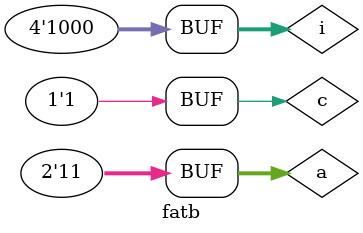
<source format=v>
`timescale 1ns / 1ps


module fatb();
 
 reg [1:0]a;
 reg c;
 wire sum,carry;
 reg [3:0] i;
 
 full_adder DUT(a,c,sum,carry);
 
 initial
    begin
       /* a =2'd0; c = 0;
     #5 a =2'd0; c = 1; 
     #5 a =2'd1; c = 0;
     #5 a =2'd1; c = 1;
     #5 a =2'd2; c = 0;
     #5 a =2'd2; c = 1;
     #5 a =2'd3; c = 0;
     #5 a =2'd3; c = 1; 
     #5 ; */
     
     i = 0;
     for (i = 0;i<8;i=i+1) begin
    {c,a}= {i[2],i[1:0]};
    #10;
       
     end
    
end
 
endmodule

</source>
